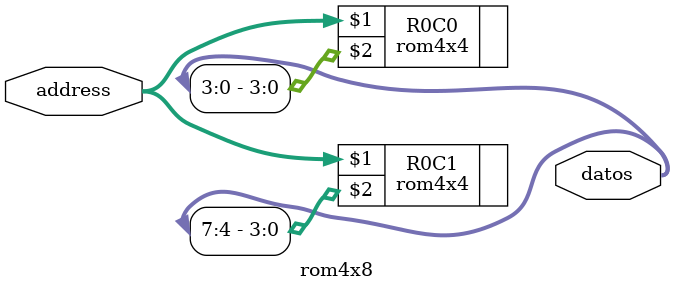
<source format=v>
module rom4x8(input [1:0]address, output [7:0] datos);
	rom4x4 R0C0(address, datos[3:0]);
	rom4x4 R0C1(address, datos[7:4]);
endmodule




</source>
